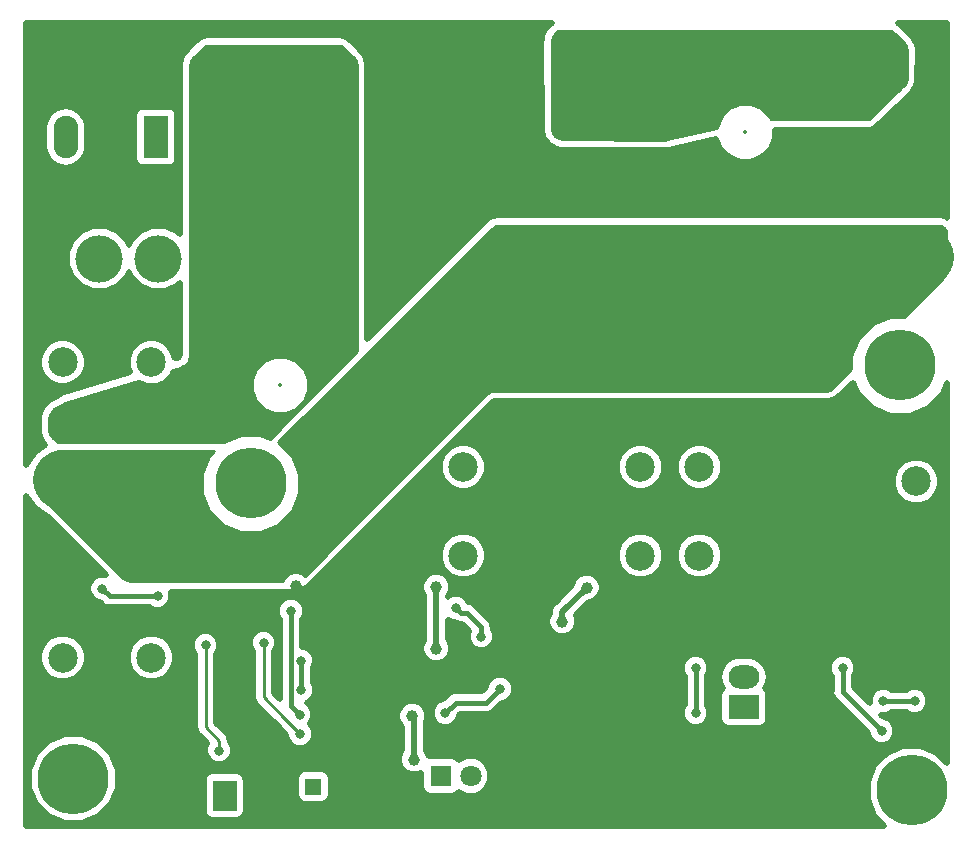
<source format=gbr>
%TF.GenerationSoftware,KiCad,Pcbnew,(6.0.0-rc1-dev-882-gdbc9130da)*%
%TF.CreationDate,2019-10-18T11:57:10+08:00*%
%TF.ProjectId,SoftStartLamp,536F667453746172744C616D702E6B69,rev?*%
%TF.SameCoordinates,Original*%
%TF.FileFunction,Copper,L2,Bot,Signal*%
%TF.FilePolarity,Positive*%
%FSLAX46Y46*%
G04 Gerber Fmt 4.6, Leading zero omitted, Abs format (unit mm)*
G04 Created by KiCad (PCBNEW (6.0.0-rc1-dev-882-gdbc9130da)) date 2019/10/18 11:57:10*
%MOMM*%
%LPD*%
G01*
G04 APERTURE LIST*
%ADD10R,1.800000X1.800000*%
%ADD11C,1.800000*%
%ADD12C,6.000000*%
%ADD13C,0.800000*%
%ADD14R,2.600000X2.000000*%
%ADD15O,2.600000X2.000000*%
%ADD16R,1.400000X1.400000*%
%ADD17C,1.400000*%
%ADD18R,2.000000X2.600000*%
%ADD19O,2.000000X2.600000*%
%ADD20C,4.000000*%
%ADD21R,2.100000X3.600000*%
%ADD22O,2.100000X3.600000*%
%ADD23C,2.500000*%
%ADD24R,3.600000X2.100000*%
%ADD25O,3.600000X2.100000*%
%ADD26O,2.000000X3.000000*%
%ADD27C,2.800000*%
%ADD28C,1.000000*%
%ADD29C,0.508000*%
%ADD30C,0.381000*%
%ADD31C,5.080000*%
%ADD32C,1.016000*%
%ADD33C,0.254000*%
%ADD34C,0.350000*%
%ADD35O,0.800000X1.800000*%
G04 APERTURE END LIST*
D10*
X86106000Y-104775000D03*
D11*
X88646000Y-104775000D03*
D12*
X70000000Y-80000000D03*
D13*
X70000000Y-77625000D03*
X67943190Y-78812500D03*
X67943190Y-81187500D03*
X70000000Y-82375000D03*
X72056810Y-81187500D03*
X72056810Y-78812500D03*
D12*
X55000000Y-105000000D03*
D13*
X55000000Y-102625000D03*
X52943190Y-103812500D03*
X52943190Y-106187500D03*
X55000000Y-107375000D03*
X57056810Y-106187500D03*
X57056810Y-103812500D03*
D12*
X125000000Y-70000000D03*
D13*
X125000000Y-67625000D03*
X122943190Y-68812500D03*
X122943190Y-71187500D03*
X125000000Y-72375000D03*
X127056810Y-71187500D03*
X127056810Y-68812500D03*
X128056810Y-104812500D03*
X128056810Y-107187500D03*
X126000000Y-108375000D03*
X123943190Y-107187500D03*
X123943190Y-104812500D03*
X126000000Y-103625000D03*
D12*
X126000000Y-106000000D03*
D14*
X111760000Y-98933000D03*
D15*
X111760000Y-96393000D03*
D16*
X75311000Y-105664000D03*
D17*
X80391000Y-105664000D03*
X77851000Y-103124000D03*
D18*
X67818000Y-106426000D03*
D19*
X70358000Y-106426000D03*
D20*
X57202000Y-60960000D03*
X62202000Y-60960000D03*
X122202000Y-60833000D03*
X127202000Y-60960000D03*
D21*
X61976000Y-50673000D03*
D22*
X54356000Y-50673000D03*
D23*
X126365000Y-79836000D03*
X126365000Y-84836000D03*
X113011000Y-86113000D03*
X108011000Y-86113000D03*
X103011000Y-86113000D03*
X113011000Y-78613000D03*
X108011000Y-78613000D03*
X103011000Y-78613000D03*
X88011000Y-86113000D03*
X88011000Y-78613000D03*
X61602000Y-69742000D03*
X61602000Y-74742000D03*
X61602000Y-79742000D03*
X54102000Y-69742000D03*
X54102000Y-74742000D03*
X54102000Y-79742000D03*
X61602000Y-94742000D03*
X54102000Y-94742000D03*
D24*
X123190000Y-51816000D03*
D25*
X123190000Y-44196000D03*
D26*
X97759000Y-46863000D03*
X105259000Y-46863000D03*
X75759000Y-46863000D03*
X68259000Y-46863000D03*
D27*
X106680000Y-103251000D03*
D28*
X114998000Y-52070000D03*
X116998000Y-52070000D03*
X109029000Y-52197000D03*
X106997000Y-52197000D03*
X101314000Y-52197000D03*
X104997000Y-52197000D03*
X99314000Y-52197000D03*
X102997000Y-52197000D03*
X96393000Y-91694000D03*
X98459989Y-88815999D03*
X115125000Y-83407000D03*
X111125000Y-83407000D03*
X117125000Y-81407000D03*
X115125000Y-81407000D03*
X117125000Y-83407000D03*
X113125000Y-83407000D03*
X111125000Y-81407000D03*
X113125000Y-81407000D03*
X102997000Y-53975000D03*
X102997000Y-55975000D03*
X104997000Y-53975000D03*
X108997000Y-53975000D03*
X106997000Y-55975000D03*
X106997000Y-53975000D03*
X104997000Y-55975000D03*
X108997000Y-55975000D03*
X101314000Y-55975000D03*
X99314000Y-55975000D03*
X101314000Y-53975000D03*
X99314000Y-53975000D03*
X110998000Y-73533000D03*
X110998000Y-75533000D03*
X112998000Y-73533000D03*
X116998000Y-73533000D03*
X114998000Y-75533000D03*
X114998000Y-73533000D03*
X112998000Y-75533000D03*
X116998000Y-75533000D03*
D13*
X115697000Y-98425000D03*
X104140000Y-90805000D03*
X102108000Y-90805000D03*
X104267000Y-97917000D03*
D28*
X95665000Y-98459000D03*
X100457000Y-91948000D03*
X87757000Y-92837000D03*
X83312000Y-83312000D03*
D13*
X91186000Y-101219000D03*
X77724000Y-97663000D03*
X77597000Y-100838000D03*
X83058000Y-98044000D03*
D28*
X81661000Y-93345000D03*
D13*
X115951000Y-102616000D03*
X69596000Y-101981000D03*
X68326000Y-101600000D03*
D28*
X110998000Y-53975000D03*
X112998000Y-53975000D03*
X114998000Y-53975000D03*
X116998000Y-53975000D03*
X110998000Y-55975000D03*
X112998000Y-55975000D03*
X114998000Y-55975000D03*
X116998000Y-55975000D03*
D13*
X71154000Y-89662000D03*
D28*
X73821000Y-88646000D03*
D13*
X120142000Y-95631000D03*
X123444000Y-100965000D03*
X107696000Y-95631000D03*
X107696000Y-99441000D03*
X126238000Y-98425000D03*
X123571000Y-98425000D03*
D28*
X85725000Y-93980000D03*
X85725000Y-88773000D03*
X83820000Y-103378000D03*
X83693000Y-99695000D03*
D13*
X69884000Y-87757000D03*
X87410000Y-90551000D03*
X89535000Y-92964000D03*
X62137000Y-89535000D03*
X57438000Y-88900000D03*
X73432999Y-90805000D03*
X74168000Y-99568000D03*
X74295000Y-97501000D03*
X74295000Y-94996000D03*
X86487000Y-99441000D03*
X91111002Y-97409000D03*
X66201000Y-93672001D03*
X67344000Y-102616000D03*
X71108998Y-93472000D03*
X74202000Y-101219000D03*
D29*
X96393000Y-90882988D02*
X98459989Y-88815999D01*
X96393000Y-91694000D02*
X96393000Y-90882988D01*
D30*
X120142000Y-95631000D02*
X120142000Y-97663000D01*
X120142000Y-97663000D02*
X123444000Y-100965000D01*
X107696000Y-95631000D02*
X107696000Y-99441000D01*
X126238000Y-98425000D02*
X123571000Y-98425000D01*
D29*
X85725000Y-93980000D02*
X85725000Y-93980000D01*
X85725000Y-88773000D02*
X85725000Y-93980000D01*
X83820000Y-99822000D02*
X83693000Y-99695000D01*
X83820000Y-103378000D02*
X83820000Y-99822000D01*
D31*
X122202000Y-60833000D02*
X97662202Y-60833000D01*
X122202000Y-60833000D02*
X127009990Y-60833000D01*
X61602000Y-79742000D02*
X54102000Y-79742000D01*
X62851999Y-80991999D02*
X61602000Y-79742000D01*
D30*
X87809999Y-90950999D02*
X88317999Y-90950999D01*
X87410000Y-90551000D02*
X87809999Y-90950999D01*
X88317999Y-90950999D02*
X89535000Y-92168000D01*
X89535000Y-92168000D02*
X89535000Y-92964000D01*
D32*
X68259000Y-46863000D02*
X75759000Y-46863000D01*
X68259000Y-68085000D02*
X61602000Y-74742000D01*
X68259000Y-46863000D02*
X68259000Y-68085000D01*
X61602000Y-74742000D02*
X54102000Y-74742000D01*
D30*
X62137000Y-89535000D02*
X58454000Y-89535000D01*
X58454000Y-89535000D02*
X58073000Y-89535000D01*
X58073000Y-89535000D02*
X57438000Y-88900000D01*
X73432999Y-90805000D02*
X73432999Y-98832999D01*
X73432999Y-98832999D02*
X74168000Y-99568000D01*
X74295000Y-97501000D02*
X74295000Y-94996000D01*
X86487000Y-99441000D02*
X87376000Y-98552000D01*
X87376000Y-98552000D02*
X89968002Y-98552000D01*
X89968002Y-98552000D02*
X91111002Y-97409000D01*
D33*
X66201000Y-93672001D02*
X66201000Y-96012000D01*
X66201000Y-100630882D02*
X67344000Y-101773882D01*
X66201000Y-93672001D02*
X66201000Y-100630882D01*
X67344000Y-101773882D02*
X67344000Y-102616000D01*
X72861489Y-99878489D02*
X74202000Y-101219000D01*
X71108998Y-93472000D02*
X71108998Y-98125998D01*
X71108998Y-98125998D02*
X72861489Y-99878489D01*
G36*
X124251916Y-41724751D02*
X124544935Y-41920541D01*
X125334687Y-42710293D01*
X125531990Y-43006997D01*
X125599182Y-43356915D01*
X125578433Y-45701556D01*
X125485682Y-46092202D01*
X125241950Y-46392598D01*
X124878798Y-46563845D01*
X113947777Y-48966639D01*
X113923905Y-48909006D01*
X113252994Y-48238095D01*
X112376406Y-47875000D01*
X111427594Y-47875000D01*
X110551006Y-48238095D01*
X109880095Y-48909006D01*
X109517000Y-49785594D01*
X109517000Y-49940587D01*
X105274991Y-50873041D01*
X105070920Y-50894869D01*
X96443421Y-50866766D01*
X96100076Y-50797753D01*
X95819327Y-50610358D01*
X95630967Y-50330263D01*
X95560769Y-49987163D01*
X95510837Y-42547421D01*
X95577839Y-42199931D01*
X95766142Y-41915539D01*
X96049263Y-41725332D01*
X96396297Y-41656000D01*
X123906277Y-41656000D01*
X124251916Y-41724751D01*
X124251916Y-41724751D01*
G37*
X124251916Y-41724751D02*
X124544935Y-41920541D01*
X125334687Y-42710293D01*
X125531990Y-43006997D01*
X125599182Y-43356915D01*
X125578433Y-45701556D01*
X125485682Y-46092202D01*
X125241950Y-46392598D01*
X124878798Y-46563845D01*
X113947777Y-48966639D01*
X113923905Y-48909006D01*
X113252994Y-48238095D01*
X112376406Y-47875000D01*
X111427594Y-47875000D01*
X110551006Y-48238095D01*
X109880095Y-48909006D01*
X109517000Y-49785594D01*
X109517000Y-49940587D01*
X105274991Y-50873041D01*
X105070920Y-50894869D01*
X96443421Y-50866766D01*
X96100076Y-50797753D01*
X95819327Y-50610358D01*
X95630967Y-50330263D01*
X95560769Y-49987163D01*
X95510837Y-42547421D01*
X95577839Y-42199931D01*
X95766142Y-41915539D01*
X96049263Y-41725332D01*
X96396297Y-41656000D01*
X123906277Y-41656000D01*
X124251916Y-41724751D01*
G36*
X77642916Y-42994751D02*
X77935935Y-43190541D01*
X78729459Y-43984065D01*
X78925249Y-44277084D01*
X78994000Y-44622723D01*
X78994000Y-68824974D01*
X71616451Y-76202523D01*
X70820911Y-75873000D01*
X69179089Y-75873000D01*
X67776430Y-76454000D01*
X53978239Y-76454000D01*
X53858717Y-76465350D01*
X53703643Y-76495070D01*
X53290102Y-76156718D01*
X53045964Y-75844607D01*
X52959000Y-75458012D01*
X52959000Y-74491121D01*
X53011772Y-74186849D01*
X53158458Y-73927775D01*
X53392219Y-73725975D01*
X54057290Y-73326932D01*
X54262158Y-73235371D01*
X60499097Y-71304890D01*
X60534233Y-71340026D01*
X61227050Y-71627000D01*
X61976950Y-71627000D01*
X62669767Y-71340026D01*
X62824199Y-71185594D01*
X70117000Y-71185594D01*
X70117000Y-72134406D01*
X70480095Y-73010994D01*
X71151006Y-73681905D01*
X72027594Y-74045000D01*
X72976406Y-74045000D01*
X73852994Y-73681905D01*
X74523905Y-73010994D01*
X74887000Y-72134406D01*
X74887000Y-71185594D01*
X74523905Y-70309006D01*
X73852994Y-69638095D01*
X72976406Y-69275000D01*
X72027594Y-69275000D01*
X71151006Y-69638095D01*
X70480095Y-70309006D01*
X70117000Y-71185594D01*
X62824199Y-71185594D01*
X63200026Y-70809767D01*
X63361987Y-70418758D01*
X64103236Y-70189324D01*
X64127898Y-70178721D01*
X64494385Y-69972787D01*
X64534391Y-69937435D01*
X64783859Y-69599075D01*
X64805802Y-69550403D01*
X64894163Y-69139411D01*
X64897000Y-69112717D01*
X64897000Y-44622723D01*
X64965751Y-44277084D01*
X65161541Y-43984065D01*
X65955065Y-43190541D01*
X66248084Y-42994751D01*
X66593723Y-42926000D01*
X77297277Y-42926000D01*
X77642916Y-42994751D01*
X77642916Y-42994751D01*
G37*
X77642916Y-42994751D02*
X77935935Y-43190541D01*
X78729459Y-43984065D01*
X78925249Y-44277084D01*
X78994000Y-44622723D01*
X78994000Y-68824974D01*
X71616451Y-76202523D01*
X70820911Y-75873000D01*
X69179089Y-75873000D01*
X67776430Y-76454000D01*
X53978239Y-76454000D01*
X53858717Y-76465350D01*
X53703643Y-76495070D01*
X53290102Y-76156718D01*
X53045964Y-75844607D01*
X52959000Y-75458012D01*
X52959000Y-74491121D01*
X53011772Y-74186849D01*
X53158458Y-73927775D01*
X53392219Y-73725975D01*
X54057290Y-73326932D01*
X54262158Y-73235371D01*
X60499097Y-71304890D01*
X60534233Y-71340026D01*
X61227050Y-71627000D01*
X61976950Y-71627000D01*
X62669767Y-71340026D01*
X62824199Y-71185594D01*
X70117000Y-71185594D01*
X70117000Y-72134406D01*
X70480095Y-73010994D01*
X71151006Y-73681905D01*
X72027594Y-74045000D01*
X72976406Y-74045000D01*
X73852994Y-73681905D01*
X74523905Y-73010994D01*
X74887000Y-72134406D01*
X74887000Y-71185594D01*
X74523905Y-70309006D01*
X73852994Y-69638095D01*
X72976406Y-69275000D01*
X72027594Y-69275000D01*
X71151006Y-69638095D01*
X70480095Y-70309006D01*
X70117000Y-71185594D01*
X62824199Y-71185594D01*
X63200026Y-70809767D01*
X63361987Y-70418758D01*
X64103236Y-70189324D01*
X64127898Y-70178721D01*
X64494385Y-69972787D01*
X64534391Y-69937435D01*
X64783859Y-69599075D01*
X64805802Y-69550403D01*
X64894163Y-69139411D01*
X64897000Y-69112717D01*
X64897000Y-44622723D01*
X64965751Y-44277084D01*
X65161541Y-43984065D01*
X65955065Y-43190541D01*
X66248084Y-42994751D01*
X66593723Y-42926000D01*
X77297277Y-42926000D01*
X77642916Y-42994751D01*
G36*
X122376970Y-49149000D02*
X114023314Y-49149000D01*
X113923905Y-48909006D01*
X113252994Y-48238095D01*
X112976845Y-48123710D01*
X112969450Y-48108920D01*
X125109032Y-46530774D01*
X122376970Y-49149000D01*
X122376970Y-49149000D01*
G37*
X122376970Y-49149000D02*
X114023314Y-49149000D01*
X113923905Y-48909006D01*
X113252994Y-48238095D01*
X112976845Y-48123710D01*
X112969450Y-48108920D01*
X125109032Y-46530774D01*
X122376970Y-49149000D01*
D29*
G36*
X121393633Y-72409698D02*
X122590302Y-73606367D01*
X124153827Y-74254000D01*
X125846173Y-74254000D01*
X127409698Y-73606367D01*
X128606367Y-72409698D01*
X128988001Y-71488353D01*
X128988000Y-103667728D01*
X128131002Y-102810730D01*
X126748308Y-102238000D01*
X125251692Y-102238000D01*
X123868998Y-102810730D01*
X122810730Y-103868998D01*
X122238000Y-105251692D01*
X122238000Y-106748308D01*
X122810730Y-108131002D01*
X123667728Y-108988000D01*
X51012000Y-108988000D01*
X51012000Y-104251692D01*
X51238000Y-104251692D01*
X51238000Y-105748308D01*
X51810730Y-107131002D01*
X52868998Y-108189270D01*
X54251692Y-108762000D01*
X55748308Y-108762000D01*
X57131002Y-108189270D01*
X58189270Y-107131002D01*
X58762000Y-105748308D01*
X58762000Y-105126000D01*
X66041072Y-105126000D01*
X66041072Y-107726000D01*
X66100212Y-108023317D01*
X66268629Y-108275371D01*
X66520683Y-108443788D01*
X66818000Y-108502928D01*
X68818000Y-108502928D01*
X69115317Y-108443788D01*
X69367371Y-108275371D01*
X69535788Y-108023317D01*
X69594928Y-107726000D01*
X69594928Y-105126000D01*
X69562705Y-104964000D01*
X73834072Y-104964000D01*
X73834072Y-106364000D01*
X73893212Y-106661317D01*
X74061629Y-106913371D01*
X74313683Y-107081788D01*
X74611000Y-107140928D01*
X76011000Y-107140928D01*
X76308317Y-107081788D01*
X76560371Y-106913371D01*
X76728788Y-106661317D01*
X76787928Y-106364000D01*
X76787928Y-104964000D01*
X76728788Y-104666683D01*
X76560371Y-104414629D01*
X76308317Y-104246212D01*
X76011000Y-104187072D01*
X74611000Y-104187072D01*
X74313683Y-104246212D01*
X74061629Y-104414629D01*
X73893212Y-104666683D01*
X73834072Y-104964000D01*
X69562705Y-104964000D01*
X69535788Y-104828683D01*
X69367371Y-104576629D01*
X69115317Y-104408212D01*
X68818000Y-104349072D01*
X66818000Y-104349072D01*
X66520683Y-104408212D01*
X66268629Y-104576629D01*
X66100212Y-104828683D01*
X66041072Y-105126000D01*
X58762000Y-105126000D01*
X58762000Y-104251692D01*
X58189270Y-102868998D01*
X57131002Y-101810730D01*
X55748308Y-101238000D01*
X54251692Y-101238000D01*
X52868998Y-101810730D01*
X51810730Y-102868998D01*
X51238000Y-104251692D01*
X51012000Y-104251692D01*
X51012000Y-94341788D01*
X52090000Y-94341788D01*
X52090000Y-95142212D01*
X52396309Y-95881706D01*
X52962294Y-96447691D01*
X53701788Y-96754000D01*
X54502212Y-96754000D01*
X55241706Y-96447691D01*
X55807691Y-95881706D01*
X56114000Y-95142212D01*
X56114000Y-94341788D01*
X59590000Y-94341788D01*
X59590000Y-95142212D01*
X59896309Y-95881706D01*
X60462294Y-96447691D01*
X61201788Y-96754000D01*
X62002212Y-96754000D01*
X62741706Y-96447691D01*
X63307691Y-95881706D01*
X63614000Y-95142212D01*
X63614000Y-94341788D01*
X63307691Y-93602294D01*
X63146262Y-93440865D01*
X65039000Y-93440865D01*
X65039000Y-93903137D01*
X65215904Y-94330221D01*
X65312000Y-94426317D01*
X65312001Y-100543323D01*
X65294584Y-100630882D01*
X65342572Y-100872129D01*
X65363582Y-100977752D01*
X65560068Y-101271815D01*
X65634294Y-101321411D01*
X66333059Y-102020176D01*
X66182000Y-102384864D01*
X66182000Y-102847136D01*
X66358904Y-103274220D01*
X66685780Y-103601096D01*
X67112864Y-103778000D01*
X67575136Y-103778000D01*
X68002220Y-103601096D01*
X68329096Y-103274220D01*
X68506000Y-102847136D01*
X68506000Y-102384864D01*
X68329096Y-101957780D01*
X68233000Y-101861684D01*
X68233000Y-101861436D01*
X68250416Y-101773881D01*
X68220447Y-101623220D01*
X68181419Y-101427012D01*
X67984933Y-101132949D01*
X67910707Y-101083353D01*
X67090000Y-100262647D01*
X67090000Y-94426317D01*
X67186096Y-94330221D01*
X67363000Y-93903137D01*
X67363000Y-93440865D01*
X67280157Y-93240864D01*
X69946998Y-93240864D01*
X69946998Y-93703136D01*
X70123902Y-94130220D01*
X70219998Y-94226316D01*
X70219999Y-98038439D01*
X70202582Y-98125998D01*
X70271580Y-98472868D01*
X70379352Y-98634160D01*
X70468066Y-98766931D01*
X70542292Y-98816527D01*
X72294782Y-100569018D01*
X72294785Y-100569020D01*
X73040000Y-101314236D01*
X73040000Y-101450136D01*
X73216904Y-101877220D01*
X73543780Y-102204096D01*
X73970864Y-102381000D01*
X74433136Y-102381000D01*
X74860220Y-102204096D01*
X75187096Y-101877220D01*
X75364000Y-101450136D01*
X75364000Y-100987864D01*
X75187096Y-100560780D01*
X75002816Y-100376500D01*
X75153096Y-100226220D01*
X75330000Y-99799136D01*
X75330000Y-99443973D01*
X82431000Y-99443973D01*
X82431000Y-99946027D01*
X82623128Y-100409866D01*
X82804001Y-100590739D01*
X82804000Y-102609262D01*
X82750128Y-102663134D01*
X82558000Y-103126973D01*
X82558000Y-103629027D01*
X82750128Y-104092866D01*
X83105134Y-104447872D01*
X83568973Y-104640000D01*
X84071027Y-104640000D01*
X84429072Y-104491693D01*
X84429072Y-105675000D01*
X84488212Y-105972317D01*
X84656629Y-106224371D01*
X84908683Y-106392788D01*
X85206000Y-106451928D01*
X87006000Y-106451928D01*
X87303317Y-106392788D01*
X87555371Y-106224371D01*
X87631304Y-106110728D01*
X87704552Y-106183976D01*
X88315408Y-106437000D01*
X88976592Y-106437000D01*
X89587448Y-106183976D01*
X90054976Y-105716448D01*
X90308000Y-105105592D01*
X90308000Y-104444408D01*
X90054976Y-103833552D01*
X89587448Y-103366024D01*
X88976592Y-103113000D01*
X88315408Y-103113000D01*
X87704552Y-103366024D01*
X87631304Y-103439272D01*
X87555371Y-103325629D01*
X87303317Y-103157212D01*
X87006000Y-103098072D01*
X85206000Y-103098072D01*
X85080379Y-103123060D01*
X84889872Y-102663134D01*
X84836000Y-102609262D01*
X84836000Y-100233319D01*
X84955000Y-99946027D01*
X84955000Y-99443973D01*
X84858030Y-99209864D01*
X85325000Y-99209864D01*
X85325000Y-99672136D01*
X85501904Y-100099220D01*
X85828780Y-100426096D01*
X86255864Y-100603000D01*
X86718136Y-100603000D01*
X87145220Y-100426096D01*
X87472096Y-100099220D01*
X87649000Y-99672136D01*
X87649000Y-99626038D01*
X87770538Y-99504500D01*
X89874192Y-99504500D01*
X89968002Y-99523160D01*
X90061812Y-99504500D01*
X90339649Y-99449235D01*
X90654716Y-99238714D01*
X90707859Y-99159181D01*
X91296040Y-98571000D01*
X91342138Y-98571000D01*
X91769222Y-98394096D01*
X92096098Y-98067220D01*
X92273002Y-97640136D01*
X92273002Y-97177864D01*
X92096098Y-96750780D01*
X91769222Y-96423904D01*
X91342138Y-96247000D01*
X90879866Y-96247000D01*
X90452782Y-96423904D01*
X90125906Y-96750780D01*
X89949002Y-97177864D01*
X89949002Y-97223962D01*
X89573465Y-97599500D01*
X87469810Y-97599500D01*
X87376000Y-97580840D01*
X87282190Y-97599500D01*
X87004353Y-97654765D01*
X86689286Y-97865286D01*
X86636145Y-97944817D01*
X86301962Y-98279000D01*
X86255864Y-98279000D01*
X85828780Y-98455904D01*
X85501904Y-98782780D01*
X85325000Y-99209864D01*
X84858030Y-99209864D01*
X84762872Y-98980134D01*
X84407866Y-98625128D01*
X83944027Y-98433000D01*
X83441973Y-98433000D01*
X82978134Y-98625128D01*
X82623128Y-98980134D01*
X82431000Y-99443973D01*
X75330000Y-99443973D01*
X75330000Y-99336864D01*
X75153096Y-98909780D01*
X74826220Y-98582904D01*
X74772862Y-98560803D01*
X74953220Y-98486096D01*
X75280096Y-98159220D01*
X75457000Y-97732136D01*
X75457000Y-97269864D01*
X75280096Y-96842780D01*
X75247500Y-96810184D01*
X75247500Y-95686816D01*
X75280096Y-95654220D01*
X75385453Y-95399864D01*
X106534000Y-95399864D01*
X106534000Y-95862136D01*
X106710904Y-96289220D01*
X106743500Y-96321816D01*
X106743501Y-98750183D01*
X106710904Y-98782780D01*
X106534000Y-99209864D01*
X106534000Y-99672136D01*
X106710904Y-100099220D01*
X107037780Y-100426096D01*
X107464864Y-100603000D01*
X107927136Y-100603000D01*
X108354220Y-100426096D01*
X108681096Y-100099220D01*
X108858000Y-99672136D01*
X108858000Y-99209864D01*
X108681096Y-98782780D01*
X108648500Y-98750184D01*
X108648500Y-96393000D01*
X109663481Y-96393000D01*
X109800233Y-97080498D01*
X109974336Y-97341062D01*
X109910629Y-97383629D01*
X109742212Y-97635683D01*
X109683072Y-97933000D01*
X109683072Y-99933000D01*
X109742212Y-100230317D01*
X109910629Y-100482371D01*
X110162683Y-100650788D01*
X110460000Y-100709928D01*
X113060000Y-100709928D01*
X113357317Y-100650788D01*
X113609371Y-100482371D01*
X113777788Y-100230317D01*
X113836928Y-99933000D01*
X113836928Y-97933000D01*
X113777788Y-97635683D01*
X113609371Y-97383629D01*
X113545664Y-97341062D01*
X113719767Y-97080498D01*
X113856519Y-96393000D01*
X113719767Y-95705502D01*
X113515547Y-95399864D01*
X118980000Y-95399864D01*
X118980000Y-95862136D01*
X119156904Y-96289220D01*
X119189500Y-96321816D01*
X119189501Y-97569185D01*
X119170840Y-97663000D01*
X119244765Y-98034646D01*
X119283854Y-98093147D01*
X119455287Y-98349714D01*
X119534818Y-98402855D01*
X122282000Y-101150038D01*
X122282000Y-101196136D01*
X122458904Y-101623220D01*
X122785780Y-101950096D01*
X123212864Y-102127000D01*
X123675136Y-102127000D01*
X124102220Y-101950096D01*
X124429096Y-101623220D01*
X124606000Y-101196136D01*
X124606000Y-100733864D01*
X124429096Y-100306780D01*
X124102220Y-99979904D01*
X123675136Y-99803000D01*
X123629038Y-99803000D01*
X123413038Y-99587000D01*
X123802136Y-99587000D01*
X124229220Y-99410096D01*
X124261816Y-99377500D01*
X125547184Y-99377500D01*
X125579780Y-99410096D01*
X126006864Y-99587000D01*
X126469136Y-99587000D01*
X126896220Y-99410096D01*
X127223096Y-99083220D01*
X127400000Y-98656136D01*
X127400000Y-98193864D01*
X127223096Y-97766780D01*
X126896220Y-97439904D01*
X126469136Y-97263000D01*
X126006864Y-97263000D01*
X125579780Y-97439904D01*
X125547184Y-97472500D01*
X124261816Y-97472500D01*
X124229220Y-97439904D01*
X123802136Y-97263000D01*
X123339864Y-97263000D01*
X122912780Y-97439904D01*
X122585904Y-97766780D01*
X122409000Y-98193864D01*
X122409000Y-98582963D01*
X121094500Y-97268463D01*
X121094500Y-96321816D01*
X121127096Y-96289220D01*
X121304000Y-95862136D01*
X121304000Y-95399864D01*
X121127096Y-94972780D01*
X120800220Y-94645904D01*
X120373136Y-94469000D01*
X119910864Y-94469000D01*
X119483780Y-94645904D01*
X119156904Y-94972780D01*
X118980000Y-95399864D01*
X113515547Y-95399864D01*
X113330331Y-95122669D01*
X112747498Y-94733233D01*
X112233539Y-94631000D01*
X111286461Y-94631000D01*
X110772502Y-94733233D01*
X110189669Y-95122669D01*
X109800233Y-95705502D01*
X109663481Y-96393000D01*
X108648500Y-96393000D01*
X108648500Y-96321816D01*
X108681096Y-96289220D01*
X108858000Y-95862136D01*
X108858000Y-95399864D01*
X108681096Y-94972780D01*
X108354220Y-94645904D01*
X107927136Y-94469000D01*
X107464864Y-94469000D01*
X107037780Y-94645904D01*
X106710904Y-94972780D01*
X106534000Y-95399864D01*
X75385453Y-95399864D01*
X75457000Y-95227136D01*
X75457000Y-94764864D01*
X75280096Y-94337780D01*
X74953220Y-94010904D01*
X74526136Y-93834000D01*
X74385499Y-93834000D01*
X74385499Y-91495816D01*
X74418095Y-91463220D01*
X74594999Y-91036136D01*
X74594999Y-90573864D01*
X74418095Y-90146780D01*
X74091219Y-89819904D01*
X73664135Y-89643000D01*
X73201863Y-89643000D01*
X72774779Y-89819904D01*
X72447903Y-90146780D01*
X72270999Y-90573864D01*
X72270999Y-91036136D01*
X72447903Y-91463220D01*
X72480499Y-91495816D01*
X72480500Y-98240264D01*
X71997998Y-97757763D01*
X71997998Y-94226316D01*
X72094094Y-94130220D01*
X72270998Y-93703136D01*
X72270998Y-93240864D01*
X72094094Y-92813780D01*
X71767218Y-92486904D01*
X71340134Y-92310000D01*
X70877862Y-92310000D01*
X70450778Y-92486904D01*
X70123902Y-92813780D01*
X69946998Y-93240864D01*
X67280157Y-93240864D01*
X67186096Y-93013781D01*
X66859220Y-92686905D01*
X66432136Y-92510001D01*
X65969864Y-92510001D01*
X65542780Y-92686905D01*
X65215904Y-93013781D01*
X65039000Y-93440865D01*
X63146262Y-93440865D01*
X62741706Y-93036309D01*
X62002212Y-92730000D01*
X61201788Y-92730000D01*
X60462294Y-93036309D01*
X59896309Y-93602294D01*
X59590000Y-94341788D01*
X56114000Y-94341788D01*
X55807691Y-93602294D01*
X55241706Y-93036309D01*
X54502212Y-92730000D01*
X53701788Y-92730000D01*
X52962294Y-93036309D01*
X52396309Y-93602294D01*
X52090000Y-94341788D01*
X51012000Y-94341788D01*
X51012000Y-81060931D01*
X51721391Y-82122609D01*
X52813624Y-82852416D01*
X52820068Y-82853698D01*
X57729284Y-87762914D01*
X57669136Y-87738000D01*
X57206864Y-87738000D01*
X56779780Y-87914904D01*
X56452904Y-88241780D01*
X56276000Y-88668864D01*
X56276000Y-89131136D01*
X56452904Y-89558220D01*
X56779780Y-89885096D01*
X57206864Y-90062000D01*
X57252962Y-90062000D01*
X57333147Y-90142185D01*
X57386286Y-90221714D01*
X57465814Y-90274853D01*
X57701353Y-90432235D01*
X58073000Y-90506160D01*
X58166810Y-90487500D01*
X61446184Y-90487500D01*
X61478780Y-90520096D01*
X61905864Y-90697000D01*
X62368136Y-90697000D01*
X62795220Y-90520096D01*
X63122096Y-90193220D01*
X63299000Y-89766136D01*
X63299000Y-89303864D01*
X63236924Y-89154000D01*
X73753786Y-89154000D01*
X73902444Y-89139359D01*
X74285128Y-89063239D01*
X74559815Y-88949459D01*
X74884238Y-88732686D01*
X74999708Y-88637922D01*
X75115657Y-88521973D01*
X84463000Y-88521973D01*
X84463000Y-89024027D01*
X84655128Y-89487866D01*
X84709000Y-89541738D01*
X84709001Y-93211261D01*
X84655128Y-93265134D01*
X84463000Y-93728973D01*
X84463000Y-94231027D01*
X84655128Y-94694866D01*
X85010134Y-95049872D01*
X85473973Y-95242000D01*
X85976027Y-95242000D01*
X86439866Y-95049872D01*
X86794872Y-94694866D01*
X86987000Y-94231027D01*
X86987000Y-93728973D01*
X86794872Y-93265134D01*
X86741000Y-93211262D01*
X86741000Y-91525316D01*
X86751780Y-91536096D01*
X87178864Y-91713000D01*
X87235960Y-91713000D01*
X87426086Y-91840038D01*
X87438352Y-91848234D01*
X87809998Y-91922159D01*
X87903808Y-91903499D01*
X87923462Y-91903499D01*
X88484249Y-92464286D01*
X88373000Y-92732864D01*
X88373000Y-93195136D01*
X88549904Y-93622220D01*
X88876780Y-93949096D01*
X89303864Y-94126000D01*
X89766136Y-94126000D01*
X90193220Y-93949096D01*
X90520096Y-93622220D01*
X90697000Y-93195136D01*
X90697000Y-92732864D01*
X90520096Y-92305780D01*
X90487500Y-92273184D01*
X90487500Y-92261808D01*
X90506160Y-92167999D01*
X90485898Y-92066138D01*
X90432235Y-91796353D01*
X90221714Y-91481286D01*
X90164374Y-91442973D01*
X95131000Y-91442973D01*
X95131000Y-91945027D01*
X95323128Y-92408866D01*
X95678134Y-92763872D01*
X96141973Y-92956000D01*
X96644027Y-92956000D01*
X97107866Y-92763872D01*
X97462872Y-92408866D01*
X97655000Y-91945027D01*
X97655000Y-91442973D01*
X97542194Y-91170634D01*
X98634830Y-90077999D01*
X98711016Y-90077999D01*
X99174855Y-89885871D01*
X99529861Y-89530865D01*
X99721989Y-89067026D01*
X99721989Y-88564972D01*
X99529861Y-88101133D01*
X99174855Y-87746127D01*
X98711016Y-87553999D01*
X98208962Y-87553999D01*
X97745123Y-87746127D01*
X97390117Y-88101133D01*
X97197989Y-88564972D01*
X97197989Y-88641158D01*
X95745337Y-90093810D01*
X95660506Y-90150493D01*
X95435950Y-90486565D01*
X95394092Y-90697000D01*
X95357096Y-90882988D01*
X95367412Y-90934850D01*
X95323128Y-90979134D01*
X95131000Y-91442973D01*
X90164374Y-91442973D01*
X90142183Y-91428146D01*
X89057856Y-90343818D01*
X89004713Y-90264285D01*
X88689646Y-90053764D01*
X88441318Y-90004369D01*
X88395096Y-89892780D01*
X88068220Y-89565904D01*
X87641136Y-89389000D01*
X87178864Y-89389000D01*
X86751780Y-89565904D01*
X86741000Y-89576684D01*
X86741000Y-89541738D01*
X86794872Y-89487866D01*
X86987000Y-89024027D01*
X86987000Y-88521973D01*
X86794872Y-88058134D01*
X86439866Y-87703128D01*
X85976027Y-87511000D01*
X85473973Y-87511000D01*
X85010134Y-87703128D01*
X84655128Y-88058134D01*
X84463000Y-88521973D01*
X75115657Y-88521973D01*
X77924842Y-85712788D01*
X85999000Y-85712788D01*
X85999000Y-86513212D01*
X86305309Y-87252706D01*
X86871294Y-87818691D01*
X87610788Y-88125000D01*
X88411212Y-88125000D01*
X89150706Y-87818691D01*
X89716691Y-87252706D01*
X90023000Y-86513212D01*
X90023000Y-85712788D01*
X100999000Y-85712788D01*
X100999000Y-86513212D01*
X101305309Y-87252706D01*
X101871294Y-87818691D01*
X102610788Y-88125000D01*
X103411212Y-88125000D01*
X104150706Y-87818691D01*
X104716691Y-87252706D01*
X105023000Y-86513212D01*
X105023000Y-85712788D01*
X105999000Y-85712788D01*
X105999000Y-86513212D01*
X106305309Y-87252706D01*
X106871294Y-87818691D01*
X107610788Y-88125000D01*
X108411212Y-88125000D01*
X109150706Y-87818691D01*
X109716691Y-87252706D01*
X110023000Y-86513212D01*
X110023000Y-85712788D01*
X109716691Y-84973294D01*
X109150706Y-84407309D01*
X108411212Y-84101000D01*
X107610788Y-84101000D01*
X106871294Y-84407309D01*
X106305309Y-84973294D01*
X105999000Y-85712788D01*
X105023000Y-85712788D01*
X104716691Y-84973294D01*
X104150706Y-84407309D01*
X103411212Y-84101000D01*
X102610788Y-84101000D01*
X101871294Y-84407309D01*
X101305309Y-84973294D01*
X100999000Y-85712788D01*
X90023000Y-85712788D01*
X89716691Y-84973294D01*
X89150706Y-84407309D01*
X88411212Y-84101000D01*
X87610788Y-84101000D01*
X86871294Y-84407309D01*
X86305309Y-84973294D01*
X85999000Y-85712788D01*
X77924842Y-85712788D01*
X85424842Y-78212788D01*
X85999000Y-78212788D01*
X85999000Y-79013212D01*
X86305309Y-79752706D01*
X86871294Y-80318691D01*
X87610788Y-80625000D01*
X88411212Y-80625000D01*
X89150706Y-80318691D01*
X89716691Y-79752706D01*
X90023000Y-79013212D01*
X90023000Y-78212788D01*
X100999000Y-78212788D01*
X100999000Y-79013212D01*
X101305309Y-79752706D01*
X101871294Y-80318691D01*
X102610788Y-80625000D01*
X103411212Y-80625000D01*
X104150706Y-80318691D01*
X104716691Y-79752706D01*
X105023000Y-79013212D01*
X105023000Y-78212788D01*
X105999000Y-78212788D01*
X105999000Y-79013212D01*
X106305309Y-79752706D01*
X106871294Y-80318691D01*
X107610788Y-80625000D01*
X108411212Y-80625000D01*
X109150706Y-80318691D01*
X109716691Y-79752706D01*
X109847962Y-79435788D01*
X124353000Y-79435788D01*
X124353000Y-80236212D01*
X124659309Y-80975706D01*
X125225294Y-81541691D01*
X125964788Y-81848000D01*
X126765212Y-81848000D01*
X127504706Y-81541691D01*
X128070691Y-80975706D01*
X128377000Y-80236212D01*
X128377000Y-79435788D01*
X128070691Y-78696294D01*
X127504706Y-78130309D01*
X126765212Y-77824000D01*
X125964788Y-77824000D01*
X125225294Y-78130309D01*
X124659309Y-78696294D01*
X124353000Y-79435788D01*
X109847962Y-79435788D01*
X110023000Y-79013212D01*
X110023000Y-78212788D01*
X109716691Y-77473294D01*
X109150706Y-76907309D01*
X108411212Y-76601000D01*
X107610788Y-76601000D01*
X106871294Y-76907309D01*
X106305309Y-77473294D01*
X105999000Y-78212788D01*
X105023000Y-78212788D01*
X104716691Y-77473294D01*
X104150706Y-76907309D01*
X103411212Y-76601000D01*
X102610788Y-76601000D01*
X101871294Y-76907309D01*
X101305309Y-77473294D01*
X100999000Y-78212788D01*
X90023000Y-78212788D01*
X89716691Y-77473294D01*
X89150706Y-76907309D01*
X88411212Y-76601000D01*
X87610788Y-76601000D01*
X86871294Y-76907309D01*
X86305309Y-77473294D01*
X85999000Y-78212788D01*
X85424842Y-78212788D01*
X90489853Y-73147777D01*
X90625845Y-73056909D01*
X90786266Y-73025000D01*
X118711786Y-73025000D01*
X118860444Y-73010359D01*
X119243128Y-72934239D01*
X119517815Y-72820459D01*
X119842238Y-72603686D01*
X119957708Y-72508922D01*
X121002122Y-71464508D01*
X121393633Y-72409698D01*
X121393633Y-72409698D01*
G37*
X121393633Y-72409698D02*
X122590302Y-73606367D01*
X124153827Y-74254000D01*
X125846173Y-74254000D01*
X127409698Y-73606367D01*
X128606367Y-72409698D01*
X128988001Y-71488353D01*
X128988000Y-103667728D01*
X128131002Y-102810730D01*
X126748308Y-102238000D01*
X125251692Y-102238000D01*
X123868998Y-102810730D01*
X122810730Y-103868998D01*
X122238000Y-105251692D01*
X122238000Y-106748308D01*
X122810730Y-108131002D01*
X123667728Y-108988000D01*
X51012000Y-108988000D01*
X51012000Y-104251692D01*
X51238000Y-104251692D01*
X51238000Y-105748308D01*
X51810730Y-107131002D01*
X52868998Y-108189270D01*
X54251692Y-108762000D01*
X55748308Y-108762000D01*
X57131002Y-108189270D01*
X58189270Y-107131002D01*
X58762000Y-105748308D01*
X58762000Y-105126000D01*
X66041072Y-105126000D01*
X66041072Y-107726000D01*
X66100212Y-108023317D01*
X66268629Y-108275371D01*
X66520683Y-108443788D01*
X66818000Y-108502928D01*
X68818000Y-108502928D01*
X69115317Y-108443788D01*
X69367371Y-108275371D01*
X69535788Y-108023317D01*
X69594928Y-107726000D01*
X69594928Y-105126000D01*
X69562705Y-104964000D01*
X73834072Y-104964000D01*
X73834072Y-106364000D01*
X73893212Y-106661317D01*
X74061629Y-106913371D01*
X74313683Y-107081788D01*
X74611000Y-107140928D01*
X76011000Y-107140928D01*
X76308317Y-107081788D01*
X76560371Y-106913371D01*
X76728788Y-106661317D01*
X76787928Y-106364000D01*
X76787928Y-104964000D01*
X76728788Y-104666683D01*
X76560371Y-104414629D01*
X76308317Y-104246212D01*
X76011000Y-104187072D01*
X74611000Y-104187072D01*
X74313683Y-104246212D01*
X74061629Y-104414629D01*
X73893212Y-104666683D01*
X73834072Y-104964000D01*
X69562705Y-104964000D01*
X69535788Y-104828683D01*
X69367371Y-104576629D01*
X69115317Y-104408212D01*
X68818000Y-104349072D01*
X66818000Y-104349072D01*
X66520683Y-104408212D01*
X66268629Y-104576629D01*
X66100212Y-104828683D01*
X66041072Y-105126000D01*
X58762000Y-105126000D01*
X58762000Y-104251692D01*
X58189270Y-102868998D01*
X57131002Y-101810730D01*
X55748308Y-101238000D01*
X54251692Y-101238000D01*
X52868998Y-101810730D01*
X51810730Y-102868998D01*
X51238000Y-104251692D01*
X51012000Y-104251692D01*
X51012000Y-94341788D01*
X52090000Y-94341788D01*
X52090000Y-95142212D01*
X52396309Y-95881706D01*
X52962294Y-96447691D01*
X53701788Y-96754000D01*
X54502212Y-96754000D01*
X55241706Y-96447691D01*
X55807691Y-95881706D01*
X56114000Y-95142212D01*
X56114000Y-94341788D01*
X59590000Y-94341788D01*
X59590000Y-95142212D01*
X59896309Y-95881706D01*
X60462294Y-96447691D01*
X61201788Y-96754000D01*
X62002212Y-96754000D01*
X62741706Y-96447691D01*
X63307691Y-95881706D01*
X63614000Y-95142212D01*
X63614000Y-94341788D01*
X63307691Y-93602294D01*
X63146262Y-93440865D01*
X65039000Y-93440865D01*
X65039000Y-93903137D01*
X65215904Y-94330221D01*
X65312000Y-94426317D01*
X65312001Y-100543323D01*
X65294584Y-100630882D01*
X65342572Y-100872129D01*
X65363582Y-100977752D01*
X65560068Y-101271815D01*
X65634294Y-101321411D01*
X66333059Y-102020176D01*
X66182000Y-102384864D01*
X66182000Y-102847136D01*
X66358904Y-103274220D01*
X66685780Y-103601096D01*
X67112864Y-103778000D01*
X67575136Y-103778000D01*
X68002220Y-103601096D01*
X68329096Y-103274220D01*
X68506000Y-102847136D01*
X68506000Y-102384864D01*
X68329096Y-101957780D01*
X68233000Y-101861684D01*
X68233000Y-101861436D01*
X68250416Y-101773881D01*
X68220447Y-101623220D01*
X68181419Y-101427012D01*
X67984933Y-101132949D01*
X67910707Y-101083353D01*
X67090000Y-100262647D01*
X67090000Y-94426317D01*
X67186096Y-94330221D01*
X67363000Y-93903137D01*
X67363000Y-93440865D01*
X67280157Y-93240864D01*
X69946998Y-93240864D01*
X69946998Y-93703136D01*
X70123902Y-94130220D01*
X70219998Y-94226316D01*
X70219999Y-98038439D01*
X70202582Y-98125998D01*
X70271580Y-98472868D01*
X70379352Y-98634160D01*
X70468066Y-98766931D01*
X70542292Y-98816527D01*
X72294782Y-100569018D01*
X72294785Y-100569020D01*
X73040000Y-101314236D01*
X73040000Y-101450136D01*
X73216904Y-101877220D01*
X73543780Y-102204096D01*
X73970864Y-102381000D01*
X74433136Y-102381000D01*
X74860220Y-102204096D01*
X75187096Y-101877220D01*
X75364000Y-101450136D01*
X75364000Y-100987864D01*
X75187096Y-100560780D01*
X75002816Y-100376500D01*
X75153096Y-100226220D01*
X75330000Y-99799136D01*
X75330000Y-99443973D01*
X82431000Y-99443973D01*
X82431000Y-99946027D01*
X82623128Y-100409866D01*
X82804001Y-100590739D01*
X82804000Y-102609262D01*
X82750128Y-102663134D01*
X82558000Y-103126973D01*
X82558000Y-103629027D01*
X82750128Y-104092866D01*
X83105134Y-104447872D01*
X83568973Y-104640000D01*
X84071027Y-104640000D01*
X84429072Y-104491693D01*
X84429072Y-105675000D01*
X84488212Y-105972317D01*
X84656629Y-106224371D01*
X84908683Y-106392788D01*
X85206000Y-106451928D01*
X87006000Y-106451928D01*
X87303317Y-106392788D01*
X87555371Y-106224371D01*
X87631304Y-106110728D01*
X87704552Y-106183976D01*
X88315408Y-106437000D01*
X88976592Y-106437000D01*
X89587448Y-106183976D01*
X90054976Y-105716448D01*
X90308000Y-105105592D01*
X90308000Y-104444408D01*
X90054976Y-103833552D01*
X89587448Y-103366024D01*
X88976592Y-103113000D01*
X88315408Y-103113000D01*
X87704552Y-103366024D01*
X87631304Y-103439272D01*
X87555371Y-103325629D01*
X87303317Y-103157212D01*
X87006000Y-103098072D01*
X85206000Y-103098072D01*
X85080379Y-103123060D01*
X84889872Y-102663134D01*
X84836000Y-102609262D01*
X84836000Y-100233319D01*
X84955000Y-99946027D01*
X84955000Y-99443973D01*
X84858030Y-99209864D01*
X85325000Y-99209864D01*
X85325000Y-99672136D01*
X85501904Y-100099220D01*
X85828780Y-100426096D01*
X86255864Y-100603000D01*
X86718136Y-100603000D01*
X87145220Y-100426096D01*
X87472096Y-100099220D01*
X87649000Y-99672136D01*
X87649000Y-99626038D01*
X87770538Y-99504500D01*
X89874192Y-99504500D01*
X89968002Y-99523160D01*
X90061812Y-99504500D01*
X90339649Y-99449235D01*
X90654716Y-99238714D01*
X90707859Y-99159181D01*
X91296040Y-98571000D01*
X91342138Y-98571000D01*
X91769222Y-98394096D01*
X92096098Y-98067220D01*
X92273002Y-97640136D01*
X92273002Y-97177864D01*
X92096098Y-96750780D01*
X91769222Y-96423904D01*
X91342138Y-96247000D01*
X90879866Y-96247000D01*
X90452782Y-96423904D01*
X90125906Y-96750780D01*
X89949002Y-97177864D01*
X89949002Y-97223962D01*
X89573465Y-97599500D01*
X87469810Y-97599500D01*
X87376000Y-97580840D01*
X87282190Y-97599500D01*
X87004353Y-97654765D01*
X86689286Y-97865286D01*
X86636145Y-97944817D01*
X86301962Y-98279000D01*
X86255864Y-98279000D01*
X85828780Y-98455904D01*
X85501904Y-98782780D01*
X85325000Y-99209864D01*
X84858030Y-99209864D01*
X84762872Y-98980134D01*
X84407866Y-98625128D01*
X83944027Y-98433000D01*
X83441973Y-98433000D01*
X82978134Y-98625128D01*
X82623128Y-98980134D01*
X82431000Y-99443973D01*
X75330000Y-99443973D01*
X75330000Y-99336864D01*
X75153096Y-98909780D01*
X74826220Y-98582904D01*
X74772862Y-98560803D01*
X74953220Y-98486096D01*
X75280096Y-98159220D01*
X75457000Y-97732136D01*
X75457000Y-97269864D01*
X75280096Y-96842780D01*
X75247500Y-96810184D01*
X75247500Y-95686816D01*
X75280096Y-95654220D01*
X75385453Y-95399864D01*
X106534000Y-95399864D01*
X106534000Y-95862136D01*
X106710904Y-96289220D01*
X106743500Y-96321816D01*
X106743501Y-98750183D01*
X106710904Y-98782780D01*
X106534000Y-99209864D01*
X106534000Y-99672136D01*
X106710904Y-100099220D01*
X107037780Y-100426096D01*
X107464864Y-100603000D01*
X107927136Y-100603000D01*
X108354220Y-100426096D01*
X108681096Y-100099220D01*
X108858000Y-99672136D01*
X108858000Y-99209864D01*
X108681096Y-98782780D01*
X108648500Y-98750184D01*
X108648500Y-96393000D01*
X109663481Y-96393000D01*
X109800233Y-97080498D01*
X109974336Y-97341062D01*
X109910629Y-97383629D01*
X109742212Y-97635683D01*
X109683072Y-97933000D01*
X109683072Y-99933000D01*
X109742212Y-100230317D01*
X109910629Y-100482371D01*
X110162683Y-100650788D01*
X110460000Y-100709928D01*
X113060000Y-100709928D01*
X113357317Y-100650788D01*
X113609371Y-100482371D01*
X113777788Y-100230317D01*
X113836928Y-99933000D01*
X113836928Y-97933000D01*
X113777788Y-97635683D01*
X113609371Y-97383629D01*
X113545664Y-97341062D01*
X113719767Y-97080498D01*
X113856519Y-96393000D01*
X113719767Y-95705502D01*
X113515547Y-95399864D01*
X118980000Y-95399864D01*
X118980000Y-95862136D01*
X119156904Y-96289220D01*
X119189500Y-96321816D01*
X119189501Y-97569185D01*
X119170840Y-97663000D01*
X119244765Y-98034646D01*
X119283854Y-98093147D01*
X119455287Y-98349714D01*
X119534818Y-98402855D01*
X122282000Y-101150038D01*
X122282000Y-101196136D01*
X122458904Y-101623220D01*
X122785780Y-101950096D01*
X123212864Y-102127000D01*
X123675136Y-102127000D01*
X124102220Y-101950096D01*
X124429096Y-101623220D01*
X124606000Y-101196136D01*
X124606000Y-100733864D01*
X124429096Y-100306780D01*
X124102220Y-99979904D01*
X123675136Y-99803000D01*
X123629038Y-99803000D01*
X123413038Y-99587000D01*
X123802136Y-99587000D01*
X124229220Y-99410096D01*
X124261816Y-99377500D01*
X125547184Y-99377500D01*
X125579780Y-99410096D01*
X126006864Y-99587000D01*
X126469136Y-99587000D01*
X126896220Y-99410096D01*
X127223096Y-99083220D01*
X127400000Y-98656136D01*
X127400000Y-98193864D01*
X127223096Y-97766780D01*
X126896220Y-97439904D01*
X126469136Y-97263000D01*
X126006864Y-97263000D01*
X125579780Y-97439904D01*
X125547184Y-97472500D01*
X124261816Y-97472500D01*
X124229220Y-97439904D01*
X123802136Y-97263000D01*
X123339864Y-97263000D01*
X122912780Y-97439904D01*
X122585904Y-97766780D01*
X122409000Y-98193864D01*
X122409000Y-98582963D01*
X121094500Y-97268463D01*
X121094500Y-96321816D01*
X121127096Y-96289220D01*
X121304000Y-95862136D01*
X121304000Y-95399864D01*
X121127096Y-94972780D01*
X120800220Y-94645904D01*
X120373136Y-94469000D01*
X119910864Y-94469000D01*
X119483780Y-94645904D01*
X119156904Y-94972780D01*
X118980000Y-95399864D01*
X113515547Y-95399864D01*
X113330331Y-95122669D01*
X112747498Y-94733233D01*
X112233539Y-94631000D01*
X111286461Y-94631000D01*
X110772502Y-94733233D01*
X110189669Y-95122669D01*
X109800233Y-95705502D01*
X109663481Y-96393000D01*
X108648500Y-96393000D01*
X108648500Y-96321816D01*
X108681096Y-96289220D01*
X108858000Y-95862136D01*
X108858000Y-95399864D01*
X108681096Y-94972780D01*
X108354220Y-94645904D01*
X107927136Y-94469000D01*
X107464864Y-94469000D01*
X107037780Y-94645904D01*
X106710904Y-94972780D01*
X106534000Y-95399864D01*
X75385453Y-95399864D01*
X75457000Y-95227136D01*
X75457000Y-94764864D01*
X75280096Y-94337780D01*
X74953220Y-94010904D01*
X74526136Y-93834000D01*
X74385499Y-93834000D01*
X74385499Y-91495816D01*
X74418095Y-91463220D01*
X74594999Y-91036136D01*
X74594999Y-90573864D01*
X74418095Y-90146780D01*
X74091219Y-89819904D01*
X73664135Y-89643000D01*
X73201863Y-89643000D01*
X72774779Y-89819904D01*
X72447903Y-90146780D01*
X72270999Y-90573864D01*
X72270999Y-91036136D01*
X72447903Y-91463220D01*
X72480499Y-91495816D01*
X72480500Y-98240264D01*
X71997998Y-97757763D01*
X71997998Y-94226316D01*
X72094094Y-94130220D01*
X72270998Y-93703136D01*
X72270998Y-93240864D01*
X72094094Y-92813780D01*
X71767218Y-92486904D01*
X71340134Y-92310000D01*
X70877862Y-92310000D01*
X70450778Y-92486904D01*
X70123902Y-92813780D01*
X69946998Y-93240864D01*
X67280157Y-93240864D01*
X67186096Y-93013781D01*
X66859220Y-92686905D01*
X66432136Y-92510001D01*
X65969864Y-92510001D01*
X65542780Y-92686905D01*
X65215904Y-93013781D01*
X65039000Y-93440865D01*
X63146262Y-93440865D01*
X62741706Y-93036309D01*
X62002212Y-92730000D01*
X61201788Y-92730000D01*
X60462294Y-93036309D01*
X59896309Y-93602294D01*
X59590000Y-94341788D01*
X56114000Y-94341788D01*
X55807691Y-93602294D01*
X55241706Y-93036309D01*
X54502212Y-92730000D01*
X53701788Y-92730000D01*
X52962294Y-93036309D01*
X52396309Y-93602294D01*
X52090000Y-94341788D01*
X51012000Y-94341788D01*
X51012000Y-81060931D01*
X51721391Y-82122609D01*
X52813624Y-82852416D01*
X52820068Y-82853698D01*
X57729284Y-87762914D01*
X57669136Y-87738000D01*
X57206864Y-87738000D01*
X56779780Y-87914904D01*
X56452904Y-88241780D01*
X56276000Y-88668864D01*
X56276000Y-89131136D01*
X56452904Y-89558220D01*
X56779780Y-89885096D01*
X57206864Y-90062000D01*
X57252962Y-90062000D01*
X57333147Y-90142185D01*
X57386286Y-90221714D01*
X57465814Y-90274853D01*
X57701353Y-90432235D01*
X58073000Y-90506160D01*
X58166810Y-90487500D01*
X61446184Y-90487500D01*
X61478780Y-90520096D01*
X61905864Y-90697000D01*
X62368136Y-90697000D01*
X62795220Y-90520096D01*
X63122096Y-90193220D01*
X63299000Y-89766136D01*
X63299000Y-89303864D01*
X63236924Y-89154000D01*
X73753786Y-89154000D01*
X73902444Y-89139359D01*
X74285128Y-89063239D01*
X74559815Y-88949459D01*
X74884238Y-88732686D01*
X74999708Y-88637922D01*
X75115657Y-88521973D01*
X84463000Y-88521973D01*
X84463000Y-89024027D01*
X84655128Y-89487866D01*
X84709000Y-89541738D01*
X84709001Y-93211261D01*
X84655128Y-93265134D01*
X84463000Y-93728973D01*
X84463000Y-94231027D01*
X84655128Y-94694866D01*
X85010134Y-95049872D01*
X85473973Y-95242000D01*
X85976027Y-95242000D01*
X86439866Y-95049872D01*
X86794872Y-94694866D01*
X86987000Y-94231027D01*
X86987000Y-93728973D01*
X86794872Y-93265134D01*
X86741000Y-93211262D01*
X86741000Y-91525316D01*
X86751780Y-91536096D01*
X87178864Y-91713000D01*
X87235960Y-91713000D01*
X87426086Y-91840038D01*
X87438352Y-91848234D01*
X87809998Y-91922159D01*
X87903808Y-91903499D01*
X87923462Y-91903499D01*
X88484249Y-92464286D01*
X88373000Y-92732864D01*
X88373000Y-93195136D01*
X88549904Y-93622220D01*
X88876780Y-93949096D01*
X89303864Y-94126000D01*
X89766136Y-94126000D01*
X90193220Y-93949096D01*
X90520096Y-93622220D01*
X90697000Y-93195136D01*
X90697000Y-92732864D01*
X90520096Y-92305780D01*
X90487500Y-92273184D01*
X90487500Y-92261808D01*
X90506160Y-92167999D01*
X90485898Y-92066138D01*
X90432235Y-91796353D01*
X90221714Y-91481286D01*
X90164374Y-91442973D01*
X95131000Y-91442973D01*
X95131000Y-91945027D01*
X95323128Y-92408866D01*
X95678134Y-92763872D01*
X96141973Y-92956000D01*
X96644027Y-92956000D01*
X97107866Y-92763872D01*
X97462872Y-92408866D01*
X97655000Y-91945027D01*
X97655000Y-91442973D01*
X97542194Y-91170634D01*
X98634830Y-90077999D01*
X98711016Y-90077999D01*
X99174855Y-89885871D01*
X99529861Y-89530865D01*
X99721989Y-89067026D01*
X99721989Y-88564972D01*
X99529861Y-88101133D01*
X99174855Y-87746127D01*
X98711016Y-87553999D01*
X98208962Y-87553999D01*
X97745123Y-87746127D01*
X97390117Y-88101133D01*
X97197989Y-88564972D01*
X97197989Y-88641158D01*
X95745337Y-90093810D01*
X95660506Y-90150493D01*
X95435950Y-90486565D01*
X95394092Y-90697000D01*
X95357096Y-90882988D01*
X95367412Y-90934850D01*
X95323128Y-90979134D01*
X95131000Y-91442973D01*
X90164374Y-91442973D01*
X90142183Y-91428146D01*
X89057856Y-90343818D01*
X89004713Y-90264285D01*
X88689646Y-90053764D01*
X88441318Y-90004369D01*
X88395096Y-89892780D01*
X88068220Y-89565904D01*
X87641136Y-89389000D01*
X87178864Y-89389000D01*
X86751780Y-89565904D01*
X86741000Y-89576684D01*
X86741000Y-89541738D01*
X86794872Y-89487866D01*
X86987000Y-89024027D01*
X86987000Y-88521973D01*
X86794872Y-88058134D01*
X86439866Y-87703128D01*
X85976027Y-87511000D01*
X85473973Y-87511000D01*
X85010134Y-87703128D01*
X84655128Y-88058134D01*
X84463000Y-88521973D01*
X75115657Y-88521973D01*
X77924842Y-85712788D01*
X85999000Y-85712788D01*
X85999000Y-86513212D01*
X86305309Y-87252706D01*
X86871294Y-87818691D01*
X87610788Y-88125000D01*
X88411212Y-88125000D01*
X89150706Y-87818691D01*
X89716691Y-87252706D01*
X90023000Y-86513212D01*
X90023000Y-85712788D01*
X100999000Y-85712788D01*
X100999000Y-86513212D01*
X101305309Y-87252706D01*
X101871294Y-87818691D01*
X102610788Y-88125000D01*
X103411212Y-88125000D01*
X104150706Y-87818691D01*
X104716691Y-87252706D01*
X105023000Y-86513212D01*
X105023000Y-85712788D01*
X105999000Y-85712788D01*
X105999000Y-86513212D01*
X106305309Y-87252706D01*
X106871294Y-87818691D01*
X107610788Y-88125000D01*
X108411212Y-88125000D01*
X109150706Y-87818691D01*
X109716691Y-87252706D01*
X110023000Y-86513212D01*
X110023000Y-85712788D01*
X109716691Y-84973294D01*
X109150706Y-84407309D01*
X108411212Y-84101000D01*
X107610788Y-84101000D01*
X106871294Y-84407309D01*
X106305309Y-84973294D01*
X105999000Y-85712788D01*
X105023000Y-85712788D01*
X104716691Y-84973294D01*
X104150706Y-84407309D01*
X103411212Y-84101000D01*
X102610788Y-84101000D01*
X101871294Y-84407309D01*
X101305309Y-84973294D01*
X100999000Y-85712788D01*
X90023000Y-85712788D01*
X89716691Y-84973294D01*
X89150706Y-84407309D01*
X88411212Y-84101000D01*
X87610788Y-84101000D01*
X86871294Y-84407309D01*
X86305309Y-84973294D01*
X85999000Y-85712788D01*
X77924842Y-85712788D01*
X85424842Y-78212788D01*
X85999000Y-78212788D01*
X85999000Y-79013212D01*
X86305309Y-79752706D01*
X86871294Y-80318691D01*
X87610788Y-80625000D01*
X88411212Y-80625000D01*
X89150706Y-80318691D01*
X89716691Y-79752706D01*
X90023000Y-79013212D01*
X90023000Y-78212788D01*
X100999000Y-78212788D01*
X100999000Y-79013212D01*
X101305309Y-79752706D01*
X101871294Y-80318691D01*
X102610788Y-80625000D01*
X103411212Y-80625000D01*
X104150706Y-80318691D01*
X104716691Y-79752706D01*
X105023000Y-79013212D01*
X105023000Y-78212788D01*
X105999000Y-78212788D01*
X105999000Y-79013212D01*
X106305309Y-79752706D01*
X106871294Y-80318691D01*
X107610788Y-80625000D01*
X108411212Y-80625000D01*
X109150706Y-80318691D01*
X109716691Y-79752706D01*
X109847962Y-79435788D01*
X124353000Y-79435788D01*
X124353000Y-80236212D01*
X124659309Y-80975706D01*
X125225294Y-81541691D01*
X125964788Y-81848000D01*
X126765212Y-81848000D01*
X127504706Y-81541691D01*
X128070691Y-80975706D01*
X128377000Y-80236212D01*
X128377000Y-79435788D01*
X128070691Y-78696294D01*
X127504706Y-78130309D01*
X126765212Y-77824000D01*
X125964788Y-77824000D01*
X125225294Y-78130309D01*
X124659309Y-78696294D01*
X124353000Y-79435788D01*
X109847962Y-79435788D01*
X110023000Y-79013212D01*
X110023000Y-78212788D01*
X109716691Y-77473294D01*
X109150706Y-76907309D01*
X108411212Y-76601000D01*
X107610788Y-76601000D01*
X106871294Y-76907309D01*
X106305309Y-77473294D01*
X105999000Y-78212788D01*
X105023000Y-78212788D01*
X104716691Y-77473294D01*
X104150706Y-76907309D01*
X103411212Y-76601000D01*
X102610788Y-76601000D01*
X101871294Y-76907309D01*
X101305309Y-77473294D01*
X100999000Y-78212788D01*
X90023000Y-78212788D01*
X89716691Y-77473294D01*
X89150706Y-76907309D01*
X88411212Y-76601000D01*
X87610788Y-76601000D01*
X86871294Y-76907309D01*
X86305309Y-77473294D01*
X85999000Y-78212788D01*
X85424842Y-78212788D01*
X90489853Y-73147777D01*
X90625845Y-73056909D01*
X90786266Y-73025000D01*
X118711786Y-73025000D01*
X118860444Y-73010359D01*
X119243128Y-72934239D01*
X119517815Y-72820459D01*
X119842238Y-72603686D01*
X119957708Y-72508922D01*
X121002122Y-71464508D01*
X121393633Y-72409698D01*
G36*
X95249321Y-41191757D02*
X95038907Y-41403588D01*
X94822589Y-41730290D01*
X94709722Y-42006703D01*
X94635538Y-42391442D01*
X94621773Y-42540825D01*
X94671872Y-50005556D01*
X94687320Y-50153184D01*
X94765041Y-50533050D01*
X94879257Y-50805534D01*
X95095629Y-51127283D01*
X95304908Y-51335840D01*
X95627403Y-51551100D01*
X95900281Y-51664375D01*
X96280413Y-51740783D01*
X96428093Y-51755721D01*
X105075010Y-51783887D01*
X105158535Y-51779569D01*
X105376481Y-51756257D01*
X105459031Y-51742811D01*
X109435201Y-50868792D01*
X109772429Y-51682934D01*
X110479066Y-52389571D01*
X111402332Y-52772000D01*
X112401668Y-52772000D01*
X113324934Y-52389571D01*
X114031571Y-51682934D01*
X114414000Y-50759668D01*
X114414000Y-50038000D01*
X122428000Y-50038000D01*
X122704564Y-49986040D01*
X122955232Y-49826155D01*
X126003232Y-46905155D01*
X126090894Y-46757257D01*
X126194281Y-46629834D01*
X126343944Y-46325752D01*
X126446690Y-45893008D01*
X126467271Y-45723724D01*
X126488259Y-43352134D01*
X126474617Y-43201694D01*
X126400219Y-42814252D01*
X126286406Y-42536008D01*
X126067950Y-42207494D01*
X125972250Y-42090620D01*
X125164708Y-41283078D01*
X125049238Y-41188314D01*
X124785366Y-41012000D01*
X128988001Y-41012000D01*
X128988001Y-57496489D01*
X128945749Y-57468257D01*
X128671063Y-57354478D01*
X128355158Y-57291641D01*
X128206500Y-57277000D01*
X91092214Y-57277000D01*
X90943556Y-57291641D01*
X90560872Y-57367761D01*
X90286185Y-57481541D01*
X89961762Y-57698314D01*
X89846292Y-57793078D01*
X79883000Y-67756370D01*
X79883000Y-44610214D01*
X79868359Y-44461556D01*
X79792239Y-44078872D01*
X79678459Y-43804185D01*
X79461686Y-43479762D01*
X79366922Y-43364292D01*
X78555708Y-42553078D01*
X78440238Y-42458314D01*
X78115815Y-42241541D01*
X77841128Y-42127761D01*
X77458444Y-42051641D01*
X77309786Y-42037000D01*
X66581214Y-42037000D01*
X66432556Y-42051641D01*
X66049872Y-42127761D01*
X65775185Y-42241541D01*
X65450762Y-42458314D01*
X65335292Y-42553078D01*
X64524078Y-43364292D01*
X64429314Y-43479762D01*
X64212541Y-43804185D01*
X64098761Y-44078872D01*
X64022641Y-44461556D01*
X64008000Y-44610214D01*
X64008000Y-58859942D01*
X63766547Y-58618489D01*
X62751396Y-58198000D01*
X61652604Y-58198000D01*
X60637453Y-58618489D01*
X59860489Y-59395453D01*
X59702000Y-59778080D01*
X59543511Y-59395453D01*
X58766547Y-58618489D01*
X57751396Y-58198000D01*
X56652604Y-58198000D01*
X55637453Y-58618489D01*
X54860489Y-59395453D01*
X54440000Y-60410604D01*
X54440000Y-61509396D01*
X54860489Y-62524547D01*
X55637453Y-63301511D01*
X56652604Y-63722000D01*
X57751396Y-63722000D01*
X58766547Y-63301511D01*
X59543511Y-62524547D01*
X59702000Y-62141920D01*
X59860489Y-62524547D01*
X60637453Y-63301511D01*
X61652604Y-63722000D01*
X62751396Y-63722000D01*
X63766547Y-63301511D01*
X64008000Y-63060058D01*
X64008000Y-69031730D01*
X63971097Y-69203376D01*
X63916066Y-69278016D01*
X63763007Y-69364022D01*
X63614000Y-69410143D01*
X63614000Y-69341788D01*
X63307691Y-68602294D01*
X62741706Y-68036309D01*
X62002212Y-67730000D01*
X61201788Y-67730000D01*
X60462294Y-68036309D01*
X59896309Y-68602294D01*
X59590000Y-69341788D01*
X59590000Y-70142212D01*
X59778511Y-70597318D01*
X53991997Y-72388381D01*
X53906389Y-72420627D01*
X53687577Y-72518420D01*
X53606450Y-72560692D01*
X52925458Y-72969287D01*
X52819565Y-73045895D01*
X52560857Y-73269231D01*
X52395704Y-73470595D01*
X52227312Y-73768006D01*
X52139612Y-74013229D01*
X52081208Y-74349975D01*
X52070000Y-74480190D01*
X52070000Y-75472121D01*
X52088577Y-75639353D01*
X52184907Y-76067583D01*
X52328136Y-76369830D01*
X52598568Y-76715557D01*
X52633899Y-76751672D01*
X51721391Y-77361391D01*
X51012000Y-78423069D01*
X51012000Y-69341788D01*
X52090000Y-69341788D01*
X52090000Y-70142212D01*
X52396309Y-70881706D01*
X52962294Y-71447691D01*
X53701788Y-71754000D01*
X54502212Y-71754000D01*
X55241706Y-71447691D01*
X55807691Y-70881706D01*
X56114000Y-70142212D01*
X56114000Y-69341788D01*
X55807691Y-68602294D01*
X55241706Y-68036309D01*
X54502212Y-67730000D01*
X53701788Y-67730000D01*
X52962294Y-68036309D01*
X52396309Y-68602294D01*
X52090000Y-69341788D01*
X51012000Y-69341788D01*
X51012000Y-49744534D01*
X52544000Y-49744534D01*
X52544000Y-51601465D01*
X52649133Y-52130006D01*
X53049621Y-52729379D01*
X53648993Y-53129867D01*
X54356000Y-53270499D01*
X55063006Y-53129867D01*
X55662379Y-52729379D01*
X56062867Y-52130007D01*
X56168000Y-51601466D01*
X56168000Y-49744534D01*
X56062867Y-49215993D01*
X55833687Y-48873000D01*
X60149072Y-48873000D01*
X60149072Y-52473000D01*
X60208212Y-52770317D01*
X60376629Y-53022371D01*
X60628683Y-53190788D01*
X60926000Y-53249928D01*
X63026000Y-53249928D01*
X63323317Y-53190788D01*
X63575371Y-53022371D01*
X63743788Y-52770317D01*
X63802928Y-52473000D01*
X63802928Y-48873000D01*
X63743788Y-48575683D01*
X63575371Y-48323629D01*
X63323317Y-48155212D01*
X63026000Y-48096072D01*
X60926000Y-48096072D01*
X60628683Y-48155212D01*
X60376629Y-48323629D01*
X60208212Y-48575683D01*
X60149072Y-48873000D01*
X55833687Y-48873000D01*
X55662379Y-48616621D01*
X55063007Y-48216133D01*
X54356000Y-48075501D01*
X53648994Y-48216133D01*
X53049622Y-48616621D01*
X52649134Y-49215993D01*
X52544000Y-49744534D01*
X51012000Y-49744534D01*
X51012000Y-41012000D01*
X95516887Y-41012000D01*
X95249321Y-41191757D01*
X95249321Y-41191757D01*
G37*
X95249321Y-41191757D02*
X95038907Y-41403588D01*
X94822589Y-41730290D01*
X94709722Y-42006703D01*
X94635538Y-42391442D01*
X94621773Y-42540825D01*
X94671872Y-50005556D01*
X94687320Y-50153184D01*
X94765041Y-50533050D01*
X94879257Y-50805534D01*
X95095629Y-51127283D01*
X95304908Y-51335840D01*
X95627403Y-51551100D01*
X95900281Y-51664375D01*
X96280413Y-51740783D01*
X96428093Y-51755721D01*
X105075010Y-51783887D01*
X105158535Y-51779569D01*
X105376481Y-51756257D01*
X105459031Y-51742811D01*
X109435201Y-50868792D01*
X109772429Y-51682934D01*
X110479066Y-52389571D01*
X111402332Y-52772000D01*
X112401668Y-52772000D01*
X113324934Y-52389571D01*
X114031571Y-51682934D01*
X114414000Y-50759668D01*
X114414000Y-50038000D01*
X122428000Y-50038000D01*
X122704564Y-49986040D01*
X122955232Y-49826155D01*
X126003232Y-46905155D01*
X126090894Y-46757257D01*
X126194281Y-46629834D01*
X126343944Y-46325752D01*
X126446690Y-45893008D01*
X126467271Y-45723724D01*
X126488259Y-43352134D01*
X126474617Y-43201694D01*
X126400219Y-42814252D01*
X126286406Y-42536008D01*
X126067950Y-42207494D01*
X125972250Y-42090620D01*
X125164708Y-41283078D01*
X125049238Y-41188314D01*
X124785366Y-41012000D01*
X128988001Y-41012000D01*
X128988001Y-57496489D01*
X128945749Y-57468257D01*
X128671063Y-57354478D01*
X128355158Y-57291641D01*
X128206500Y-57277000D01*
X91092214Y-57277000D01*
X90943556Y-57291641D01*
X90560872Y-57367761D01*
X90286185Y-57481541D01*
X89961762Y-57698314D01*
X89846292Y-57793078D01*
X79883000Y-67756370D01*
X79883000Y-44610214D01*
X79868359Y-44461556D01*
X79792239Y-44078872D01*
X79678459Y-43804185D01*
X79461686Y-43479762D01*
X79366922Y-43364292D01*
X78555708Y-42553078D01*
X78440238Y-42458314D01*
X78115815Y-42241541D01*
X77841128Y-42127761D01*
X77458444Y-42051641D01*
X77309786Y-42037000D01*
X66581214Y-42037000D01*
X66432556Y-42051641D01*
X66049872Y-42127761D01*
X65775185Y-42241541D01*
X65450762Y-42458314D01*
X65335292Y-42553078D01*
X64524078Y-43364292D01*
X64429314Y-43479762D01*
X64212541Y-43804185D01*
X64098761Y-44078872D01*
X64022641Y-44461556D01*
X64008000Y-44610214D01*
X64008000Y-58859942D01*
X63766547Y-58618489D01*
X62751396Y-58198000D01*
X61652604Y-58198000D01*
X60637453Y-58618489D01*
X59860489Y-59395453D01*
X59702000Y-59778080D01*
X59543511Y-59395453D01*
X58766547Y-58618489D01*
X57751396Y-58198000D01*
X56652604Y-58198000D01*
X55637453Y-58618489D01*
X54860489Y-59395453D01*
X54440000Y-60410604D01*
X54440000Y-61509396D01*
X54860489Y-62524547D01*
X55637453Y-63301511D01*
X56652604Y-63722000D01*
X57751396Y-63722000D01*
X58766547Y-63301511D01*
X59543511Y-62524547D01*
X59702000Y-62141920D01*
X59860489Y-62524547D01*
X60637453Y-63301511D01*
X61652604Y-63722000D01*
X62751396Y-63722000D01*
X63766547Y-63301511D01*
X64008000Y-63060058D01*
X64008000Y-69031730D01*
X63971097Y-69203376D01*
X63916066Y-69278016D01*
X63763007Y-69364022D01*
X63614000Y-69410143D01*
X63614000Y-69341788D01*
X63307691Y-68602294D01*
X62741706Y-68036309D01*
X62002212Y-67730000D01*
X61201788Y-67730000D01*
X60462294Y-68036309D01*
X59896309Y-68602294D01*
X59590000Y-69341788D01*
X59590000Y-70142212D01*
X59778511Y-70597318D01*
X53991997Y-72388381D01*
X53906389Y-72420627D01*
X53687577Y-72518420D01*
X53606450Y-72560692D01*
X52925458Y-72969287D01*
X52819565Y-73045895D01*
X52560857Y-73269231D01*
X52395704Y-73470595D01*
X52227312Y-73768006D01*
X52139612Y-74013229D01*
X52081208Y-74349975D01*
X52070000Y-74480190D01*
X52070000Y-75472121D01*
X52088577Y-75639353D01*
X52184907Y-76067583D01*
X52328136Y-76369830D01*
X52598568Y-76715557D01*
X52633899Y-76751672D01*
X51721391Y-77361391D01*
X51012000Y-78423069D01*
X51012000Y-69341788D01*
X52090000Y-69341788D01*
X52090000Y-70142212D01*
X52396309Y-70881706D01*
X52962294Y-71447691D01*
X53701788Y-71754000D01*
X54502212Y-71754000D01*
X55241706Y-71447691D01*
X55807691Y-70881706D01*
X56114000Y-70142212D01*
X56114000Y-69341788D01*
X55807691Y-68602294D01*
X55241706Y-68036309D01*
X54502212Y-67730000D01*
X53701788Y-67730000D01*
X52962294Y-68036309D01*
X52396309Y-68602294D01*
X52090000Y-69341788D01*
X51012000Y-69341788D01*
X51012000Y-49744534D01*
X52544000Y-49744534D01*
X52544000Y-51601465D01*
X52649133Y-52130006D01*
X53049621Y-52729379D01*
X53648993Y-53129867D01*
X54356000Y-53270499D01*
X55063006Y-53129867D01*
X55662379Y-52729379D01*
X56062867Y-52130007D01*
X56168000Y-51601466D01*
X56168000Y-49744534D01*
X56062867Y-49215993D01*
X55833687Y-48873000D01*
X60149072Y-48873000D01*
X60149072Y-52473000D01*
X60208212Y-52770317D01*
X60376629Y-53022371D01*
X60628683Y-53190788D01*
X60926000Y-53249928D01*
X63026000Y-53249928D01*
X63323317Y-53190788D01*
X63575371Y-53022371D01*
X63743788Y-52770317D01*
X63802928Y-52473000D01*
X63802928Y-48873000D01*
X63743788Y-48575683D01*
X63575371Y-48323629D01*
X63323317Y-48155212D01*
X63026000Y-48096072D01*
X60926000Y-48096072D01*
X60628683Y-48155212D01*
X60376629Y-48323629D01*
X60208212Y-48575683D01*
X60149072Y-48873000D01*
X55833687Y-48873000D01*
X55662379Y-48616621D01*
X55063007Y-48216133D01*
X54356000Y-48075501D01*
X53648994Y-48216133D01*
X53049622Y-48616621D01*
X52649134Y-49215993D01*
X52544000Y-49744534D01*
X51012000Y-49744534D01*
X51012000Y-41012000D01*
X95516887Y-41012000D01*
X95249321Y-41191757D01*
D33*
G36*
X128472852Y-58221469D02*
X128698655Y-58372345D01*
X128849531Y-58598148D01*
X128905000Y-58877009D01*
X128905000Y-61930277D01*
X128836249Y-62275916D01*
X128640459Y-62568935D01*
X125336394Y-65873000D01*
X124179089Y-65873000D01*
X122662242Y-66501298D01*
X121501298Y-67662242D01*
X120873000Y-69179089D01*
X120873000Y-70336394D01*
X119337935Y-71871459D01*
X119044916Y-72067249D01*
X118699277Y-72136000D01*
X90711214Y-72136000D01*
X90686438Y-72138440D01*
X90303754Y-72214560D01*
X90257972Y-72233523D01*
X89933549Y-72450296D01*
X89914304Y-72466090D01*
X74580264Y-87800131D01*
X74463926Y-87683793D01*
X74046766Y-87511000D01*
X73595234Y-87511000D01*
X73178074Y-87683793D01*
X72858793Y-88003074D01*
X72750300Y-88265000D01*
X59862723Y-88265000D01*
X59517084Y-88196249D01*
X59224065Y-88000459D01*
X52282210Y-81058604D01*
X52081693Y-80753916D01*
X52020365Y-80407790D01*
X52103990Y-80052757D01*
X53181340Y-77732311D01*
X53380036Y-77456346D01*
X53656327Y-77280006D01*
X53990298Y-77216000D01*
X66947540Y-77216000D01*
X66501298Y-77662242D01*
X65873000Y-79179089D01*
X65873000Y-80820911D01*
X66501298Y-82337758D01*
X67662242Y-83498702D01*
X69179089Y-84127000D01*
X70820911Y-84127000D01*
X72337758Y-83498702D01*
X73498702Y-82337758D01*
X74127000Y-80820911D01*
X74127000Y-79179089D01*
X73498702Y-77662242D01*
X72366533Y-76530073D01*
X90466065Y-58430541D01*
X90759084Y-58234751D01*
X91104723Y-58166000D01*
X128193991Y-58166000D01*
X128472852Y-58221469D01*
X128472852Y-58221469D01*
G37*
X128472852Y-58221469D02*
X128698655Y-58372345D01*
X128849531Y-58598148D01*
X128905000Y-58877009D01*
X128905000Y-61930277D01*
X128836249Y-62275916D01*
X128640459Y-62568935D01*
X125336394Y-65873000D01*
X124179089Y-65873000D01*
X122662242Y-66501298D01*
X121501298Y-67662242D01*
X120873000Y-69179089D01*
X120873000Y-70336394D01*
X119337935Y-71871459D01*
X119044916Y-72067249D01*
X118699277Y-72136000D01*
X90711214Y-72136000D01*
X90686438Y-72138440D01*
X90303754Y-72214560D01*
X90257972Y-72233523D01*
X89933549Y-72450296D01*
X89914304Y-72466090D01*
X74580264Y-87800131D01*
X74463926Y-87683793D01*
X74046766Y-87511000D01*
X73595234Y-87511000D01*
X73178074Y-87683793D01*
X72858793Y-88003074D01*
X72750300Y-88265000D01*
X59862723Y-88265000D01*
X59517084Y-88196249D01*
X59224065Y-88000459D01*
X52282210Y-81058604D01*
X52081693Y-80753916D01*
X52020365Y-80407790D01*
X52103990Y-80052757D01*
X53181340Y-77732311D01*
X53380036Y-77456346D01*
X53656327Y-77280006D01*
X53990298Y-77216000D01*
X66947540Y-77216000D01*
X66501298Y-77662242D01*
X65873000Y-79179089D01*
X65873000Y-80820911D01*
X66501298Y-82337758D01*
X67662242Y-83498702D01*
X69179089Y-84127000D01*
X70820911Y-84127000D01*
X72337758Y-83498702D01*
X73498702Y-82337758D01*
X74127000Y-80820911D01*
X74127000Y-79179089D01*
X73498702Y-77662242D01*
X72366533Y-76530073D01*
X90466065Y-58430541D01*
X90759084Y-58234751D01*
X91104723Y-58166000D01*
X128193991Y-58166000D01*
X128472852Y-58221469D01*
D34*
X114998000Y-52070000D03*
X116998000Y-52070000D03*
X109029000Y-52197000D03*
X106997000Y-52197000D03*
X101314000Y-52197000D03*
X104997000Y-52197000D03*
X99314000Y-52197000D03*
X102997000Y-52197000D03*
X96393000Y-91694000D03*
X98459989Y-88815999D03*
X115125000Y-83407000D03*
X111125000Y-83407000D03*
X117125000Y-81407000D03*
X115125000Y-81407000D03*
X117125000Y-83407000D03*
X113125000Y-83407000D03*
X111125000Y-81407000D03*
X113125000Y-81407000D03*
X102997000Y-53975000D03*
X102997000Y-55975000D03*
X104997000Y-53975000D03*
X108997000Y-53975000D03*
X106997000Y-55975000D03*
X106997000Y-53975000D03*
X104997000Y-55975000D03*
X108997000Y-55975000D03*
X101314000Y-55975000D03*
X99314000Y-55975000D03*
X101314000Y-53975000D03*
X99314000Y-53975000D03*
X110998000Y-73533000D03*
X110998000Y-75533000D03*
X112998000Y-73533000D03*
X116998000Y-73533000D03*
X114998000Y-75533000D03*
X114998000Y-73533000D03*
X112998000Y-75533000D03*
X116998000Y-75533000D03*
X115697000Y-98425000D03*
X104140000Y-90805000D03*
X102108000Y-90805000D03*
X104267000Y-97917000D03*
X95665000Y-98459000D03*
X100457000Y-91948000D03*
X87757000Y-92837000D03*
X83312000Y-83312000D03*
X91186000Y-101219000D03*
X77724000Y-97663000D03*
X77597000Y-100838000D03*
X83058000Y-98044000D03*
X81661000Y-93345000D03*
X115951000Y-102616000D03*
X69596000Y-101981000D03*
X68326000Y-101600000D03*
X110998000Y-53975000D03*
X112998000Y-53975000D03*
X114998000Y-53975000D03*
X116998000Y-53975000D03*
X110998000Y-55975000D03*
X112998000Y-55975000D03*
X114998000Y-55975000D03*
X116998000Y-55975000D03*
X71154000Y-89662000D03*
X73821000Y-88646000D03*
X120142000Y-95631000D03*
X123444000Y-100965000D03*
X107696000Y-95631000D03*
X107696000Y-99441000D03*
X126238000Y-98425000D03*
X123571000Y-98425000D03*
X85725000Y-93980000D03*
X85725000Y-88773000D03*
X83820000Y-103378000D03*
X83693000Y-99695000D03*
X69884000Y-87757000D03*
X87410000Y-90551000D03*
X89535000Y-92964000D03*
X62137000Y-89535000D03*
X57438000Y-88900000D03*
X73432999Y-90805000D03*
X74168000Y-99568000D03*
X74295000Y-97501000D03*
X74295000Y-94996000D03*
X86487000Y-99441000D03*
X91111002Y-97409000D03*
X66201000Y-93672001D03*
X67344000Y-102616000D03*
X71108998Y-93472000D03*
X74202000Y-101219000D03*
X86106000Y-104775000D03*
X88646000Y-104775000D03*
X70000000Y-80000000D03*
X70000000Y-77625000D03*
X67943190Y-78812500D03*
X67943190Y-81187500D03*
X70000000Y-82375000D03*
X72056810Y-81187500D03*
X72056810Y-78812500D03*
X55000000Y-105000000D03*
X55000000Y-102625000D03*
X52943190Y-103812500D03*
X52943190Y-106187500D03*
X55000000Y-107375000D03*
X57056810Y-106187500D03*
X57056810Y-103812500D03*
X125000000Y-70000000D03*
X125000000Y-67625000D03*
X122943190Y-68812500D03*
X122943190Y-71187500D03*
X125000000Y-72375000D03*
X127056810Y-71187500D03*
X127056810Y-68812500D03*
X128056810Y-104812500D03*
X128056810Y-107187500D03*
X126000000Y-108375000D03*
X123943190Y-107187500D03*
X123943190Y-104812500D03*
X126000000Y-103625000D03*
X126000000Y-106000000D03*
X111760000Y-98933000D03*
X111760000Y-96393000D03*
X75311000Y-105664000D03*
X80391000Y-105664000D03*
X77851000Y-103124000D03*
X67818000Y-106426000D03*
X70358000Y-106426000D03*
X57202000Y-60960000D03*
X62202000Y-60960000D03*
X122202000Y-60833000D03*
X127202000Y-60960000D03*
X72502000Y-71660000D03*
X111902000Y-50260000D03*
X61976000Y-50673000D03*
X54356000Y-50673000D03*
X126365000Y-79836000D03*
X126365000Y-84836000D03*
X113011000Y-86113000D03*
X108011000Y-86113000D03*
X103011000Y-86113000D03*
X113011000Y-78613000D03*
X108011000Y-78613000D03*
X103011000Y-78613000D03*
X88011000Y-86113000D03*
X88011000Y-78613000D03*
X61602000Y-69742000D03*
X61602000Y-74742000D03*
X61602000Y-79742000D03*
X54102000Y-69742000D03*
X54102000Y-74742000D03*
X54102000Y-79742000D03*
X61602000Y-94742000D03*
X54102000Y-94742000D03*
X123190000Y-51816000D03*
X123190000Y-44196000D03*
D35*
X97759000Y-46863000D03*
X105259000Y-46863000D03*
X75759000Y-46863000D03*
X68259000Y-46863000D03*
D34*
X106680000Y-103251000D03*
M02*

</source>
